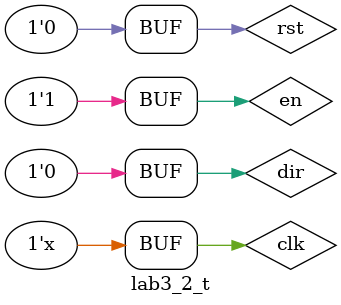
<source format=v>
`timescale 1ns/100ps
module lab3_2_t;
    reg clk,rst,en,dir;
    wire [15:0] led;

    lab3_2 mylab(.clk(clk), .rst(rst), .en(en), .dir(dir), .led(led));

    always #5 clk=~clk;

    initial begin
        clk=0;
        rst=0;
        en=0;
        dir=0;

        #40
        rst=1;
        #10
        rst=0;

        #50
        en=1;

        #200
        dir=1;
        #200
        dir=0;
    end
endmodule
</source>
